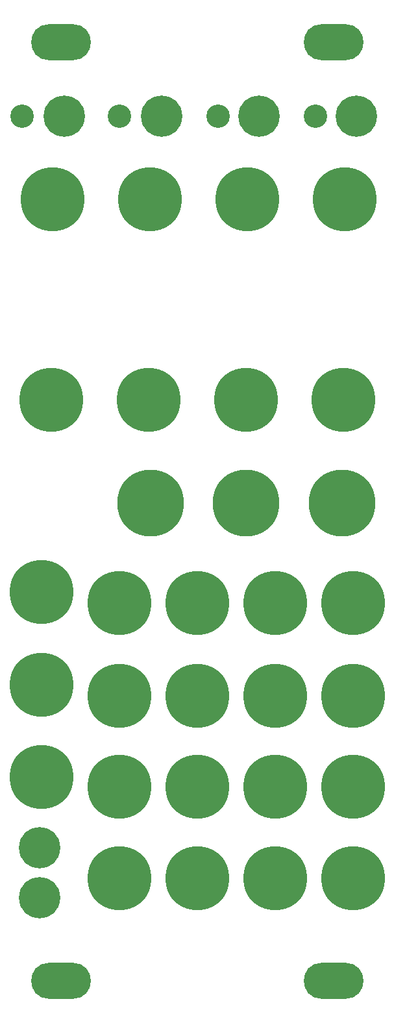
<source format=gts>
G04 DipTrace 3.3.0.0*
G04 threshold_panel_01.GTS*
%MOIN*%
G04 #@! TF.FileFunction,Soldermask,Top*
G04 #@! TF.Part,Single*
%ADD21C,0.212*%
%ADD22C,0.120079*%
%ADD27C,0.342677*%
%ADD29O,0.307244X0.185197*%
%ADD31C,0.328031*%
%FSLAX26Y26*%
G04*
G70*
G90*
G75*
G01*
G04 TopMask*
%LPD*%
D21*
X578067Y936316D3*
D22*
X987766Y4950265D3*
X487766D3*
D21*
X706517Y4950266D3*
D22*
X1494017Y4950265D3*
X1994016D3*
D21*
X1206517D3*
X1706517D3*
X2206517D3*
X578067Y1195516D3*
D31*
X987766Y1037766D3*
X1387766D3*
X1787766D3*
X587766Y1556516D3*
X2187766Y1037766D3*
X987766Y1506516D3*
X1387766D3*
X1787766D3*
X2187766D3*
D29*
X2087766Y511665D3*
X687766D3*
D31*
X987766Y1975265D3*
D29*
X687766Y5331516D3*
X2087766D3*
D31*
X1387766Y1975265D3*
X1787766D3*
X2187766D3*
X987766Y2450265D3*
X1387766D3*
X1787766D3*
X637766Y3494016D3*
X2187766Y2450265D3*
X587766Y2031516D3*
Y2506516D3*
X1637766Y3494016D3*
X2137766D3*
X1137766D3*
X644016Y4525265D3*
X1644016D3*
X2144016D3*
X1144016D3*
D27*
X2131516Y2962766D3*
X1637766D3*
X1150266D3*
M02*

</source>
